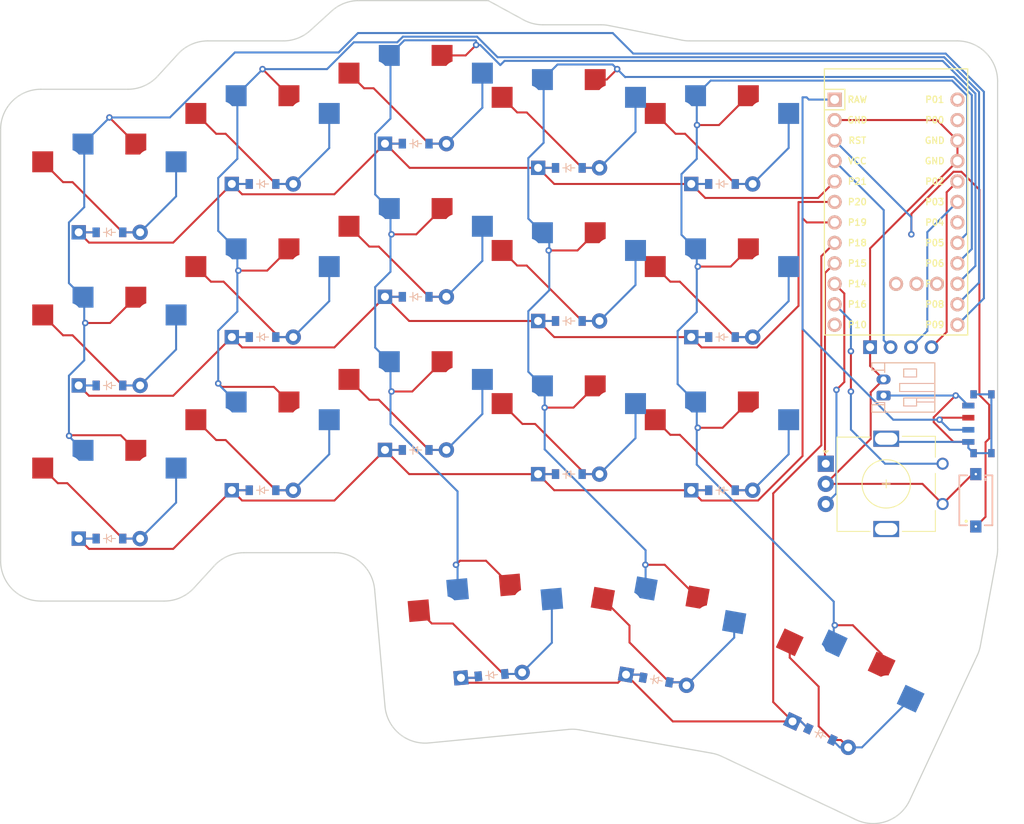
<source format=kicad_pcb>
(kicad_pcb (version 20240108) (generator "pcbnew") (generator_version "8.0")
  (title_block (title "main_pcb") (rev "v1.0.0") (company "Unknown"))
  (layers (0 "F.Cu" signal) (31 "B.Cu" signal) (34 "B.Paste" user) (35 "F.Paste" user) (36 "B.SilkS" user "B.Silkscreen") (37 "F.SilkS" user "F.Silkscreen") (38 "B.Mask" user) (39 "F.Mask" user) (44 "Edge.Cuts" user))
  (net 0 "")
  (net 1 "P14")
  (net 2 "pinky_bottom")
  (net 3 "pinky_home")
  (net 4 "pinky_top")
  (net 5 "P16")
  (net 6 "ring_bottom")
  (net 7 "ring_home")
  (net 8 "ring_top")
  (net 9 "P10")
  (net 10 "middle_bottom")
  (net 11 "middle_home")
  (net 12 "middle_top")
  (net 13 "P7")
  (net 14 "index_bottom")
  (net 15 "index_home")
  (net 16 "index_top")
  (net 17 "P9")
  (net 18 "inner_bottom")
  (net 19 "inner_home")
  (net 20 "inner_top")
  (net 21 "mod_cluster")
  (net 22 "layer_cluster")
  (net 23 "space_cluster")
  (net 24 "RAW")
  (net 25 "GND")
  (net 26 "RST")
  (net 27 "VCC")
  (net 28 "P21")
  (net 29 "P20")
  (net 30 "P19")
  (net 31 "P18")
  (net 32 "P15")
  (net 33 "P1")
  (net 34 "P0")
  (net 35 "P2")
  (net 36 "P3")
  (net 37 "P4")
  (net 38 "P5")
  (net 39 "P6")
  (net 40 "P8")
  (net 41 "NN_101")
  (net 42 "NN_102")
  (net 43 "NN_107")
  (net 44 "pos")
  (footprint "ComboDiode" (layer "F.Cu") (at 191 54.25)
    (property "Reference" "D3" (hide yes))
    (property "Value" "" (hide yes))
  )
  (footprint "rotary_encoder" (layer "F.Cu") (at 287.5 85.5)
    (property "Reference" "ROT1" (hide yes))
    (property "Value" "")
  )
  (footprint "PG1350" (layer "F.Cu") (at 191 49.25)
    (property "Reference" "S3" (hide yes))
    (property "Value" "" (hide yes))
  )
  (footprint "PG1350" (layer "F.Cu") (at 259.717806 104.867436 -10)
    (property "Reference" "S17" (hide yes))
    (property "Value" "" (hide yes))
  )
  (footprint "ComboDiode" (layer "F.Cu") (at 279.212314 116.543789 -25)
    (property "Reference" "D18" (hide yes))
    (property "Value" "" (hide yes))
  )
  (footprint "PG1350" (layer "F.Cu") (at 191 87.25)
    (property "Reference" "S1" (hide yes))
    (property "Value" "" (hide yes))
  )
  (footprint "PG1350" (layer "F.Cu") (at 237.977753 104.209704 5)
    (property "Reference" "S16" (hide yes))
    (property "Value" "" (hide yes))
  )
  (footprint "PG1350" (layer "F.Cu") (at 267 43.25)
    (property "Reference" "S15" (hide yes))
    (property "Value" "" (hide yes))
  )
  (footprint "ComboDiode" (layer "F.Cu") (at 267 48.25)
    (property "Reference" "D15" (hide yes))
    (property "Value" "" (hide yes))
  )
  (footprint "PG1350" (layer "F.Cu") (at 267 62.25)
    (property "Reference" "S14" (hide yes))
    (property "Value" "" (hide yes))
  )
  (footprint "PG1350" (layer "F.Cu") (at 229 38.25)
    (property "Reference" "S9" (hide yes))
    (property "Value" "" (hide yes))
  )
  (footprint "ComboDiode" (layer "F.Cu") (at 258.849565 109.791475 -10)
    (property "Reference" "D17" (hide yes))
    (property "Value" "" (hide yes))
  )
  (footprint "ComboDiode" (layer "F.Cu") (at 229 62.25)
    (property "Reference" "D8" (hide yes))
    (property "Value" "" (hide yes))
  )
  (footprint "PG1350" (layer "F.Cu") (at 248 79.25)
    (property "Reference" "S10" (hide yes))
    (property "Value" "" (hide yes))
  )
  (footprint "ComboDiode" (layer "F.Cu") (at 210 48.25)
    (property "Reference" "D6" (hide yes))
    (property "Value" "" (hide yes))
  )
  (footprint "ComboDiode" (layer "F.Cu") (at 210 86.25)
    (property "Reference" "D4" (hide yes))
    (property "Value" "" (hide yes))
  )
  (footprint "PG1350" (layer "F.Cu") (at 210 81.25)
    (property "Reference" "S4" (hide yes))
    (property "Value" "" (hide yes))
  )
  (footprint "PG1350" (layer "F.Cu") (at 210 43.25)
    (property "Reference" "S6" (hide yes))
    (property "Value" "" (hide yes))
  )
  (footprint "ComboDiode" (layer "F.Cu") (at 210 67.25)
    (property "Reference" "D5" (hide yes))
    (property "Value" "" (hide yes))
  )
  (footprint "ComboDiode" (layer "F.Cu") (at 248 46.25)
    (property "Reference" "D12" (hide yes))
    (property "Value" "" (hide yes))
  )
  (footprint "434121025816" (layer "F.Cu") (at 298.5 87.5 90)
    (property "Reference" "S19" (hide yes))
    (property "Value" "" (hide yes))
  )
  (footprint "PG1350" (layer "F.Cu") (at 248 60.25)
    (property "Reference" "S11" (hide yes))
    (property "Value" "" (hide yes))
  )
  (footprint "ComboDiode" (layer "F.Cu") (at 191 92.25)
    (property "Reference" "D1" (hide yes))
    (property "Value" "" (hide yes))
  )
  (footprint "ComboDiode" (layer "F.Cu") (at 229 43.25)
    (property "Reference" "D9" (hide yes))
    (property "Value" "" (hide yes))
  )
  (footprint "PG1350" (layer "F.Cu") (at 229 57.25)
    (property "Reference" "S8" (hide yes))
    (property "Value" "" (hide yes))
  )
  (footprint "ComboDiode" (layer "F.Cu") (at 248 84.25)
    (property "Reference" "D10" (hide yes))
    (property "Value" "" (hide yes))
  )
  (footprint "ProMicro" (layer "F.Cu") (at 288.6 51.75 -90)
    (property "Reference" "MCU1" (hide yes))
    (property "Value" "" (hide yes))
  )
  (footprint "PG1350" (layer "F.Cu") (at 229 76.25)
    (property "Reference" "S7" (hide yes))
    (property "Value" "" (hide yes))
  )
  (footprint "lib:OLED_headers" (layer "F.Cu") (at 295.18 66.9 -90)
    (property "Reference" "OLED1" (hide yes))
    (property "Value" "OLED")
  )
  (footprint "PG1350" (layer "F.Cu") (at 281.325405 112.01225 -25)
    (property "Reference" "S18" (hide yes))
    (property "Value" "" (hide yes))
  )
  (footprint "Connector_JST:JST_PH_S2B-PH-K_1x02_P2.00mm_Horizontal" (layer "F.Cu") (at 287.05 74.5 90)
    (property "Reference" "_1" (hide yes))
    (property "Value" "" (hide yes))
  )
  (footprint "ComboDiode" (layer "F.Cu") (at 267 67.25)
    (property "Reference" "D14" (hide yes))
    (property "Value" "" (hide yes))
  )
  (footprint "ComboDiode" (layer "F.Cu") (at 267 86.25)
    (property "Reference" "D13" (hide yes))
    (property "Value" "" (hide yes))
  )
  (footprint "PG1350" (layer "F.Cu") (at 267 81.25)
    (property "Reference" "S13" (hide yes))
    (property "Value" "" (hide yes))
  )
  (footprint "ComboDiode" (layer "F.Cu") (at 229 81.25)
    (property "Reference" "D7" (hide yes))
    (property "Value" "" (hide yes))
  )
  (footprint "PG1350" (layer "F.Cu") (at 191 68.25)
    (property "Reference" "S2" (hide yes))
    (property "Value" "" (hide yes))
  )
  (footprint "Button_Switch_SMD:SW_SPDT_PCM12" (layer "F.Cu") (at 299 78 90)
    (property "Reference" "T1" (hide yes))
    (property "Value" "" (hide yes))
  )
  (footprint "ComboDiode" (layer "F.Cu") (at 191 73.25)
    (property "Reference" "D2" (hide yes))
    (property "Value" "" (hide yes))
  )
  (footprint "PG1350" (layer "F.Cu") (at 248 41.25)
    (property "Reference" "S12" (hide yes))
    (property "Value" "" (hide yes))
  )
  (footprint "PG1350" (layer "F.Cu") (at 210 62.25)
    (property "Reference" "S5" (hide yes))
    (property "Value" "" (hide yes))
  )
  (footprint "ComboDiode" (layer "F.Cu") (at 248 65.25)
    (property "Reference" "D11" (hide yes))
    (property "Value" "" (hide yes))
  )
  (footprint "ComboDiode" (layer "F.Cu") (at 238.413532 109.190677 5)
    (property "Reference" "D16" (hide yes))
    (property "Value" "" (hide yes))
  )
  (gr_arc (start 290.294707 124.72124) (mid 287.462795 127.310411) (end 283.629902 127.130225) (stroke (width 0.15)) (layer "Edge.Cuts"))
  (gr_line (start 223.904961 98.557461) (end 225.194312 113.067931) (stroke (width 0.15)) (layer "Edge.Cuts"))
  (gr_line (start 177.5 41.5) (end 177.5 95) (stroke (width 0.15)) (layer "Edge.Cuts"))
  (gr_line (start 252.004902 28.5) (end 244.77497 28.5) (stroke (width 0.15)) (layer "Edge.Cuts"))
  (gr_arc (start 262.995097 30.5) (mid 262.502409 30.475667) (end 262.014517 30.402903) (stroke (width 0.15)) (layer "Edge.Cuts"))
  (gr_arc (start 215.93033 29.1997) (mid 214.369949 30.163609) (end 212.566966 30.5) (stroke (width 0.15)) (layer "Edge.Cuts"))
  (gr_arc (start 218.56967 26.8003) (mid 220.130051 25.836391) (end 221.933034 25.5) (stroke (width 0.15)) (layer "Edge.Cuts"))
  (gr_line (start 207.699509 94) (end 218.924583 94) (stroke (width 0.15)) (layer "Edge.Cuts"))
  (gr_arc (start 199.513738 32.121377) (mid 201.186193 30.923259) (end 203.199509 30.5) (stroke (width 0.15)) (layer "Edge.Cuts"))
  (gr_arc (start 244.77497 28.5) (mid 243.539533 28.344966) (end 242.38071 27.889478) (stroke (width 0.15)) (layer "Edge.Cuts"))
  (gr_line (start 262.014517 30.402903) (end 252.985483 28.597097) (stroke (width 0.15)) (layer "Edge.Cuts"))
  (gr_arc (start 230.65654 117.60212) (mid 226.981117 116.472611) (end 225.194312 113.067931) (stroke (width 0.15)) (layer "Edge.Cuts"))
  (gr_line (start 266.972659 119.272256) (end 283.629902 127.130225) (stroke (width 0.15)) (layer "Edge.Cuts"))
  (gr_line (start 218.56967 26.8003) (end 215.93033 29.1997) (stroke (width 0.15)) (layer "Edge.Cuts"))
  (gr_arc (start 196.986262 34.878623) (mid 195.313807 36.076741) (end 193.300491 36.5) (stroke (width 0.15)) (layer "Edge.Cuts"))
  (gr_line (start 296.2 30.5) (end 262.995098 30.5) (stroke (width 0.15)) (layer "Edge.Cuts"))
  (gr_line (start 290.294707 124.721241) (end 298.679862 106.739218) (stroke (width 0.15)) (layer "Edge.Cuts"))
  (gr_arc (start 247.961883 115.926607) (mid 248.638716 115.907138) (end 249.311974 115.979296) (stroke (width 0.15)) (layer "Edge.Cuts"))
  (gr_line (start 242.38071 27.889478) (end 238 25.5) (stroke (width 0.15)) (layer "Edge.Cuts"))
  (gr_line (start 301.2 93.54118) (end 301.2 35.5) (stroke (width 0.15)) (layer "Edge.Cuts"))
  (gr_line (start 212.566966 30.5) (end 203.199509 30.5) (stroke (width 0.15)) (layer "Edge.Cuts"))
  (gr_arc (start 204.013738 95.621377) (mid 205.686193 94.423259) (end 207.699509 94) (stroke (width 0.15)) (layer "Edge.Cuts"))
  (gr_line (start 249.311974 115.979296) (end 265.707633 118.870293) (stroke (width 0.15)) (layer "Edge.Cuts"))
  (gr_line (start 182.5 100) (end 197.800491 100) (stroke (width 0.15)) (layer "Edge.Cuts"))
  (gr_arc (start 265.707634 118.870293) (mid 266.353545 119.029109) (end 266.972659 119.272256) (stroke (width 0.15)) (layer "Edge.Cuts"))
  (gr_arc (start 301.2 93.541179) (mid 301.17908 93.99808) (end 301.116497 94.451158) (stroke (width 0.15)) (layer "Edge.Cuts"))
  (gr_arc (start 299.06482 105.536105) (mid 298.910488 106.149867) (end 298.679862 106.739218) (stroke (width 0.15)) (layer "Edge.Cuts"))
  (gr_line (start 230.656539 117.602119) (end 247.961884 115.926607) (stroke (width 0.15)) (layer "Edge.Cuts"))
  (gr_arc (start 296.2 30.5) (mid 299.735534 31.964466) (end 301.2 35.5) (stroke (width 0.15)) (layer "Edge.Cuts"))
  (gr_line (start 193.300491 36.5) (end 182.5 36.5) (stroke (width 0.15)) (layer "Edge.Cuts"))
  (gr_arc (start 201.486262 98.378623) (mid 199.813807 99.576741) (end 197.800491 100) (stroke (width 0.15)) (layer "Edge.Cuts"))
  (gr_arc (start 177.5 41.5) (mid 178.964466 37.964466) (end 182.5 36.5) (stroke (width 0.15)) (layer "Edge.Cuts"))
  (gr_line (start 238 25.5) (end 221.933034 25.5) (stroke (width 0.15)) (layer "Edge.Cuts"))
  (gr_arc (start 218.924584 93.999999) (mid 222.300033 95.311321) (end 223.904961 98.557461) (stroke (width 0.15)) (layer "Edge.Cuts"))
  (gr_line (start 201.486262 98.378623) (end 204.013738 95.621377) (stroke (width 0.15)) (layer "Edge.Cuts"))
  (gr_line (start 199.513738 32.121377) (end 196.986262 34.878623) (stroke (width 0.15)) (layer "Edge.Cuts"))
  (gr_arc (start 182.5 100) (mid 178.964466 98.535534) (end 177.5 95) (stroke (width 0.15)) (layer "Edge.Cuts"))
  (gr_line (start 299.064819 105.536105) (end 301.116497 94.451158) (stroke (width 0.15)) (layer "Edge.Cuts"))
  (gr_arc (start 252.004903 28.5) (mid 252.497591 28.524333) (end 252.985483 28.597097) (stroke (width 0.15)) (layer "Edge.Cuts"))
  (segment (start 297.57 80.25) (end 287.77 80.25) (width 0.25) (layer "B.Cu") (net 0))
  (segment (start 287.77 80.25) (end 287.38 79.86) (width 0.25) (layer "B.Cu") (net 0))
  (segment (start 298.22 74.35) (end 300.43 74.35) (width 0.25) (layer "B.Cu") (net 0))
  (segment (start 298.22 81.65) (end 300.43 81.65) (width 0.25) (layer "B.Cu") (net 0))
  (segment (start 297.57 81) (end 298.22 81.65) (width 0.25) (layer "B.Cu") (net 0))
  (segment (start 297.57 80.25) (end 297.57 81) (width 0.25) (layer "B.Cu") (net 0))
  (segment (start 300.43 74.35) (end 300.43 81.65) (width 0.25) (layer "B.Cu") (net 0))
  (segment (start 282.1813 61.8413) (end 280.98 60.64) (width 0.25) (layer "F.Cu") (net 1))
  (segment (start 282.1813 72.8187) (end 282.1813 61.8413) (width 0.25) (layer "F.Cu") (net 1))
  (segment (start 281.205 73.795) (end 282.1813 72.8187) (width 0.25) (layer "F.Cu") (net 1))
  (via (at 281.205 73.795) (size 0.8) (drill 0.4) (layers "F.Cu" "B.Cu") (net 1))
  (segment (start 281.205 73.795) (end 281.205 86.635) (width 0.25) (layer "B.Cu") (net 1))
  (segment (start 281.205 86.635) (end 279.88 87.96) (width 0.25) (layer "B.Cu") (net 1))
  (segment (start 182.725 83.5) (end 184.6 85.375) (width 0.25) (layer "F.Cu") (net 2))
  (segment (start 192.65 92.25) (end 194.81 92.25) (width 0.25) (layer "F.Cu") (net 2))
  (segment (start 185.775 85.375) (end 192.65 92.25) (width 0.25) (layer "F.Cu") (net 2))
  (segment (start 184.6 85.375) (end 185.775 85.375) (width 0.25) (layer "F.Cu") (net 2))
  (segment (start 192.65 92.25) (end 194.81 92.25) (width 0.25) (layer "B.Cu") (net 2))
  (segment (start 199.275 87.785) (end 194.81 92.25) (width 0.25) (layer "B.Cu") (net 2))
  (segment (start 199.275 83.5) (end 199.275 87.785) (width 0.25) (layer "B.Cu") (net 2))
  (segment (start 185.2491 67.0241) (end 186.4241 67.0241) (width 0.25) (layer "F.Cu") (net 3))
  (segment (start 182.725 64.5) (end 185.2491 67.0241) (width 0.25) (layer "F.Cu") (net 3))
  (segment (start 194.81 73.25) (end 192.65 73.25) (width 0.25) (layer "F.Cu") (net 3))
  (segment (start 186.4241 67.0241) (end 192.65 73.25) (width 0.25) (layer "F.Cu") (net 3))
  (segment (start 199.275 64.5) (end 199.275 68.785) (width 0.25) (layer "B.Cu") (net 3))
  (segment (start 192.65 73.25) (end 194.81 73.25) (width 0.25) (layer "B.Cu") (net 3))
  (segment (start 199.275 68.785) (end 194.81 73.25) (width 0.25) (layer "B.Cu") (net 3))
  (segment (start 185.2491 48.0241) (end 186.4241 48.0241) (width 0.25) (layer "F.Cu") (net 4))
  (segment (start 186.4241 48.0241) (end 192.65 54.25) (width 0.25) (layer "F.Cu") (net 4))
  (segment (start 182.725 45.5) (end 185.2491 48.0241) (width 0.25) (layer "F.Cu") (net 4))
  (segment (start 192.65 54.25) (end 194.81 54.25) (width 0.25) (layer "F.Cu") (net 4))
  (segment (start 199.275 49.785) (end 194.81 54.25) (width 0.25) (layer "B.Cu") (net 4))
  (segment (start 192.65 54.25) (end 194.81 54.25) (width 0.25) (layer "B.Cu") (net 4))
  (segment (start 199.275 45.5) (end 199.275 49.785) (width 0.25) (layer "B.Cu") (net 4))
  (segment (start 283 74) (end 283 73.5) (width 0.25) (layer "F.Cu") (net 5))
  (segment (start 283 73.5) (end 283 69) (width 0.25) (layer "F.Cu") (net 5))
  (via (at 283 74) (size 0.8) (drill 0.4) (layers "F.Cu" "B.Cu") (net 5))
  (via (at 283 69) (size 0.8) (drill 0.4) (layers "F.Cu" "B.Cu") (net 5))
  (segment (start 287.23 82.96) (end 283 78.73) (width 0.25) (layer "B.Cu") (net 5))
  (segment (start 283 78.73) (end 283 74) (width 0.25) (layer "B.Cu") (net 5))
  (segment (start 294.38 82.96) (end 287.23 82.96) (width 0.25) (layer "B.Cu") (net 5))
  (segment (start 280.98 63.18) (end 283 65.2) (width 0.25) (layer "B.Cu") (net 5))
  (segment (start 283 65.2) (end 283 69) (width 0.25) (layer "B.Cu") (net 5))
  (segment (start 205.4241 80.0241) (end 211.65 86.25) (width 0.25) (layer "F.Cu") (net 6))
  (segment (start 201.725 77.5) (end 204.2491 80.0241) (width 0.25) (layer "F.Cu") (net 6))
  (segment (start 211.65 86.25) (end 213.81 86.25) (width 0.25) (layer "F.Cu") (net 6))
  (segment (start 204.2491 80.0241) (end 205.4241 80.0241) (width 0.25) (layer "F.Cu") (net 6))
  (segment (start 218.275 81.785) (end 213.81 86.25) (width 0.25) (layer "B.Cu") (net 6))
  (segment (start 213.81 86.25) (end 211.65 86.25) (width 0.25) (layer "B.Cu") (net 6))
  (segment (start 218.275 77.5) (end 218.275 81.785) (width 0.25) (layer "B.Cu") (net 6))
  (segment (start 203.6 60.375) (end 205.170001 60.375) (width 0.25) (layer "F.Cu") (net 7))
  (segment (start 212.045001 67.25) (end 211.65 67.25) (width 0.25) (layer "F.Cu") (net 7))
  (segment (start 211.65 67.25) (end 213.81 67.25) (width 0.25) (layer "F.Cu") (net 7))
  (segment (start 201.725 58.5) (end 203.6 60.375) (width 0.25) (layer "F.Cu") (net 7))
  (segment (start 205.170001 60.375) (end 212.045001 67.25) (width 0.25) (layer "F.Cu") (net 7))
  (segment (start 211.65 67.25) (end 213.81 67.25) (width 0.25) (layer "B.Cu") (net 7))
  (segment (start 218.275 62.785) (end 213.81 67.25) (width 0.25) (layer "B.Cu") (net 7))
  (segment (start 218.275 58.5) (end 218.275 62.785) (width 0.25) (layer "B.Cu") (net 7))
  (segment (start 204.2491 42.0241) (end 205.4241 42.0241) (width 0.25) (layer "F.Cu") (net 8))
  (segment (start 211.65 48.25) (end 213.81 48.25) (width 0.25) (layer "F.Cu") (net 8))
  (segment (start 201.725 39.5) (end 204.2491 42.0241) (width 0.25) (layer "F.Cu") (net 8))
  (segment (start 205.4241 42.0241) (end 211.65 48.25) (width 0.25) (layer "F.Cu") (net 8))
  (segment (start 218.275 43.785) (end 213.81 48.25) (width 0.25) (layer "B.Cu") (net 8))
  (segment (start 218.275 39.5) (end 218.275 43.785) (width 0.25) (layer "B.Cu") (net 8))
  (segment (start 211.65 48.25) (end 213.81 48.25) (width 0.25) (layer "B.Cu") (net 8))
  (segment (start 224.4241 75.0241) (end 230.65 81.25) (width 0.25) (layer "F.Cu") (net 10))
  (segment (start 223.2491 75.0241) (end 224.4241 75.0241) (width 0.25) (layer "F.Cu") (net 10))
  (segment (start 230.65 81.25) (end 232.81 81.25) (width 0.25) (layer "F.Cu") (net 10))
  (segment (start 220.725 72.5) (end 223.2491 75.0241) (width 0.25) (layer "F.Cu") (net 10))
  (segment (start 230.65 81.25) (end 232.81 81.25) (width 0.25) (layer "B.Cu") (net 10))
  (segment (start 237.275 72.5) (end 237.275 76.785) (width 0.25) (layer "B.Cu") (net 10))
  (segment (start 237.275 76.785) (end 232.81 81.25) (width 0.25) (layer "B.Cu") (net 10))
  (segment (start 230.65 62.25) (end 232.81 62.25) (width 0.25) (layer "F.Cu") (net 11))
  (segment (start 220.725 53.5) (end 223.2491 56.0241) (width 0.25) (layer "F.Cu") (net 11))
  (segment (start 223.2491 56.0241) (end 224.4241 56.0241) (width 0.25) (layer "F.Cu") (net 11))
  (segment (start 224.4241 56.0241) (end 230.65 62.25) (width 0.25) (layer "F.Cu") (net 11))
  (segment (start 237.275 53.5) (end 237.275 57.785) (width 0.25) (layer "B.Cu") (net 11))
  (segment (start 232.81 62.25) (end 230.65 62.25) (width 0.25) (layer "B.Cu") (net 11))
  (segment (start 237.275 57.785) (end 232.81 62.25) (width 0.25) (layer "B.Cu") (net 11))
  (segment (start 222.6 36.375) (end 223.775 36.375) (width 0.25) (layer "F.Cu") (net 12))
  (segment (start 230.65 43.25) (end 232.81 43.25) (width 0.25) (layer "F.Cu") (net 12))
  (segment (start 223.775 36.375) (end 230.65 43.25) (width 0.25) (layer "F.Cu") (net 12))
  (segment (start 220.725 34.5) (end 222.6 36.375) (width 0.25) (layer "F.Cu") (net 12))
  (segment (start 237.275 38.785) (end 232.81 43.25) (width 0.25) (layer "B.Cu") (net 12))
  (segment (start 230.65 43.25) (end 232.81 43.25) (width 0.25) (layer "B.Cu") (net 12))
  (segment (start 237.275 34.5) (end 237.275 38.785) (width 0.25) (layer "B.Cu") (net 12))
  (segment (start 237.724804 95) (end 240.721714 97.99691) (width 0.25) (layer "F.Cu") (net 13))
  (segment (start 234 95.5) (end 234.5 95) (width 0.25) (layer "F.Cu") (net 13))
  (segment (start 235.2 32.3) (end 232.275 32.3) (width 0.25) (layer "F.Cu") (net 13))
  (segment (start 229.075 54.5) (end 232.275 51.3) (width 0.25) (layer "F.Cu") (net 13))
  (segment (start 236.5 31) (end 235.2 32.3) (width 0.25) (layer "F.Cu") (net 13))
  (segment (start 226 54.5) (end 229.075 54.5) (width 0.25) (layer "F.Cu") (net 13))
  (segment (start 234.5 95) (end 237.724804 95) (width 0.25) (layer "F.Cu") (net 13))
  (segment (start 232.275 70.3) (end 228.575 74) (width 0.25) (layer "F.Cu") (net 13))
  (segment (start 228.575 74) (end 226 74) (width 0.25) (layer "F.Cu") (net 13))
  (via (at 236.5 31) (size 0.8) (drill 0.4) (layers "F.Cu" "B.Cu") (net 13))
  (via (at 226 74) (size 0.8) (drill 0.4) (layers "F.Cu" "B.Cu") (net 13))
  (via (at 234 95.5) (size 0.8) (drill 0.4) (layers "F.Cu" "B.Cu") (net 13))
  (via (at 226 54.5) (size 0.8) (drill 0.4) (layers "F.Cu" "B.Cu") (net 13))
  (segment (start 234.196639 95.303361) (end 234 95.5) (width 0.25) (layer "B.Cu") (net 13))
  (segment (start 225.875 54.625) (end 225.875 59.137) (width 0.25) (layer "B.Cu") (net 13))
  (segment (start 223.976 42.036) (end 223.976 49.551) (width 0.25) (layer "B.Cu") (net 13))
  (segment (start 225.725 32.3) (end 225.875 32.45) (width 0.25) (layer "B.Cu") (net 13))
  (segment (start 227.6 30.425) (end 236.425 30.425) (width 0.25) (layer "B.Cu") (net 13))
  (segment (start 226 54.5) (end 225.875 54.625) (width 0.25) (layer "B.Cu") (net 13))
  (segment (start 236.425 30.425) (end 236.5 30.5) (width 0.25) (layer "B.Cu") (net 13))
  (segment (start 225.875 54.375) (end 226 54.5) (width 0.25) (layer "B.Cu") (net 13))
  (segment (start 294.386687 32.975) (end 298.45 37.038313) (width 0.25) (layer "B.Cu") (net 13))
  (segment (start 225.875 74.125) (end 225.875 78.075) (width 0.25) (layer "B.Cu") (net 13))
  (segment (start 225.875 51.45) (end 225.875 54.375) (width 0.25) (layer "B.Cu") (net 13))
  (segment (start 236.5 30.5) (end 236.5 31) (width 0.25) (layer "B.Cu") (net 13))
  (segment (start 234 95.5) (end 234.196639 95.696639) (width 0.25) (layer "B.Cu") (net 13))
  (segment (start 225.875 73.875) (end 226 74) (width 0.25) (layer "B.Cu") (net 13))
  (segment (start 237 31) (end 239.5 33.5) (width 0.25) (layer "B.Cu") (net 13))
  (segment (start 225.875 70.45) (end 225.875 73.875) (width 0.25) (layer "B.Cu") (net 13))
  (segment (start 298.45 37.038313) (end 298.45 58.41) (width 0.25) (layer "B.Cu") (net 13))
  (segment (start 225.725 51.3) (end 225.875 51.45) (width 0.25) (layer "B.Cu") (net 13))
  (segment (start 234.196639 95.696639) (end 234.196639 98.567781) (width 0.25) (layer "B.Cu") (net 13))
  (segment (start 225.725 70.3) (end 225.875 70.45) (width 0.25) (layer "B.Cu") (net 13))
  (segment (start 223.976 68.551) (end 225.725 70.3) (width 0.25) (layer "B.Cu") (net 13))
  (segment (start 225.875 59.137) (end 223.976 61.036) (width 0.25) (layer "B.Cu") (net 13))
  (segment (start 234.196639 86.396639) (end 234.196639 95.303361) (width 0.25) (layer "B.Cu") (net 13))
  (segment (start 223.976 61.036) (end 223.976 68.551) (width 0.25) (layer "B.Cu") (net 13))
  (segment (start 226 74) (end 225.875 74.125) (width 0.25) (layer "B.Cu") (net 13))
  (segment (start 236.5 31) (end 237 31) (width 0.25) (layer "B.Cu") (net 13))
  (segment (start 239.5 33.5) (end 240.025 32.975) (width 0.25) (layer "B.Cu") (net 13))
  (segment (start 298.45 58.41) (end 296.22 60.64) (width 0.25) (layer "B.Cu") (net 13))
  (segment (start 225.875 40.137) (end 223.976 42.036) (width 0.25) (layer "B.Cu") (net 13))
  (segment (start 223.976 49.551) (end 225.725 51.3) (width 0.25) (layer "B.Cu") (net 13))
  (segment (start 240.025 32.975) (end 294.386687 32.975) (width 0.25) (layer "B.Cu") (net 13))
  (segment (start 225.875 78.075) (end 234.196639 86.396639) (width 0.25) (layer "B.Cu") (net 13))
  (segment (start 225.725 32.3) (end 227.6 30.425) (width 0.25) (layer "B.Cu") (net 13))
  (segment (start 225.875 32.45) (end 225.875 40.137) (width 0.25) (layer "B.Cu") (net 13))
  (segment (start 242.2491 78.0241) (end 243.819101 78.0241) (width 0.25) (layer "F.Cu") (net 14))
  (segment (start 250.045001 84.25) (end 249.65 84.25) (width 0.25) (layer "F.Cu") (net 14))
  (segment (start 243.819101 78.0241) (end 250.045001 84.25) (width 0.25) (layer "F.Cu") (net 14))
  (segment (start 249.65 84.25) (end 251.81 84.25) (width 0.25) (layer "F.Cu") (net 14))
  (segment (start 239.725 75.5) (end 242.2491 78.0241) (width 0.25) (layer "F.Cu") (net 14))
  (segment (start 256.275 79.785) (end 251.81 84.25) (width 0.25) (layer "B.Cu") (net 14))
  (segment (start 249.65 84.25) (end 251.81 84.25) (width 0.25) (layer "B.Cu") (net 14))
  (segment (start 256.275 75.5) (end 256.275 79.785) (width 0.25) (layer "B.Cu") (net 14))
  (segment (start 241.6 58.375) (end 242.775 58.375) (width 0.25) (layer "F.Cu") (net 15))
  (segment (start 239.725 56.5) (end 241.6 58.375) (width 0.25) (layer "F.Cu") (net 15))
  (segment (start 249.65 65.25) (end 251.81 65.25) (width 0.25) (layer "F.Cu") (net 15))
  (segment (start 242.775 58.375) (end 249.65 65.25) (width 0.25) (layer "F.Cu") (net 15))
  (segment (start 256.275 56.5) (end 256.275 60.785) (width 0.25) (layer "B.Cu") (net 15))
  (segment (start 251.81 65.25) (end 249.65 65.25) (width 0.25) (layer "B.Cu") (net 15))
  (segment (start 256.275 60.785) (end 251.81 65.25) (width 0.25) (layer "B.Cu") (net 15))
  (segment (start 239.725 37.5) (end 241.6 39.375) (width 0.25) (layer "F.Cu") (net 16))
  (segment (start 249.65 46.25) (end 251.81 46.25) (width 0.25) (layer "F.Cu") (net 16))
  (segment (start 242.775 39.375) (end 249.65 46.25) (width 0.25) (layer "F.Cu") (net 16))
  (segment (start 241.6 39.375) (end 242.775 39.375) (width 0.25) (layer "F.Cu") (net 16))
  (segment (start 256.275 41.785) (end 251.81 46.25) (width 0.25) (layer "B.Cu") (net 16))
  (segment (start 249.65 46.25) (end 251.81 46.25) (width 0.25) (layer "B.Cu") (net 16))
  (segment (start 256.275 37.5) (end 256.275 41.785) (width 0.25) (layer "B.Cu") (net 16))
  (segment (start 194.275 43.275) (end 194.275 43.3) (width 0.25) (layer "F.Cu") (net 17))
  (segment (start 192.4 79.425) (end 186.075 79.425) (width 0.25) (layer "F.Cu") (net 17))
  (segment (start 191.075 65.5) (end 194.275 62.3) (width 0.25) (layer "F.Cu") (net 17))
  (segment (start 191 40) (end 194.275 43.275) (width 0.25) (layer "F.Cu") (net 17))
  (segment (start 194.275 81.3) (end 192.4 79.425) (width 0.25) (layer "F.Cu") (net 17))
  (segment (start 186.075 79.425) (end 186 79.5) (width 0.25) (layer "F.Cu") (net 17))
  (segment (start 188 65.5) (end 191.075 65.5) (width 0.25) (layer "F.Cu") (net 17))
  (via (at 188 65.5) (size 0.8) (drill 0.4) (layers "F.Cu" "B.Cu") (net 17))
  (via (at 191 40) (size 0.8) (drill 0.4) (layers "F.Cu" "B.Cu") (net 17))
  (via (at 186 79.5) (size 0.8) (drill 0.4) (layers "F.Cu" "B.Cu") (net 17))
  (segment (start 299.5 36.815521) (end 299.5 62.44) (width 0.25) (layer "B.Cu") (net 17))
  (segment (start 253.45 29.525) (end 256 32.075) (width 0.25) (layer "B.Cu") (net 17))
  (segment (start 188 65.5) (end 187.875 65.625) (width 0.25) (layer "B.Cu") (net 17))
  (segment (start 187.725 43.3) (end 191 40.025) (width 0.25) (layer "B.Cu") (net 17))
  (segment (start 191 40) (end 191.025 40) (width 0.25) (layer "B.Cu") (net 17))
  (segment (start 187.875 62.875) (end 187.875 65.375) (width 0.25) (layer "B.Cu") (net 17))
  (segment (start 186 79.5) (end 185.976 79.524) (width 0.25) (layer "B.Cu") (net 17))
  (segment (start 191.025 40) (end 198.5 40) (width 0.25) (layer "B.Cu") (net 17))
  (segment (start 294.759479 32.075) (end 299.5 36.815521) (width 0.25) (layer "B.Cu") (net 17))
  (segment (start 187.725 43.3) (end 187.875 43.45) (width 0.25) (layer "B.Cu") (net 17))
  (segment (start 187.875 70.137) (end 185.976 72.036) (width 0.25) (layer "B.Cu") (net 17))
  (segment (start 256 32.075) (end 294.759479 32.075) (width 0.25) (layer "B.Cu") (net 17))
  (segment (start 185.976 60.551) (end 187.725 62.3) (width 0.25) (layer "B.Cu") (net 17))
  (segment (start 185.976 79.551) (end 187.725 81.3) (width 0.25) (layer "B.Cu") (net 17))
  (segment (start 299.5 62.44) (end 296.22 65.72) (width 0.25) (layer "B.Cu") (net 17))
  (segment (start 191 40.025) (end 191 40) (width 0.25) (layer "B.Cu") (net 17))
  (segment (start 187.875 43.45) (end 187.875 51.125) (width 0.25) (layer "B.Cu") (net 17))
  (segment (start 206.568198 31.931802) (end 219.431802 31.931802) (width 0.25) (layer "B.Cu") (net 17))
  (segment (start 187.875 65.375) (end 188 65.5) (width 0.25) (layer "B.Cu") (net 17))
  (segment (start 185.976 79.524) (end 185.976 79.551) (width 0.25) (layer "B.Cu") (net 17))
  (segment (start 198.5 40) (end 206.568198 31.931802) (width 0.25) (layer "B.Cu") (net 17))
  (segment (start 191.025 40) (end 191.025 40) (width 0.25) (layer "B.Cu") (net 17))
  (segment (start 185.976 53.024) (end 185.976 60.551) (width 0.25) (layer "B.Cu") (net 17))
  (segment (start 187.725 62.725) (end 187.875 62.875) (width 0.25) (layer "B.Cu") (net 17))
  (segment (start 221.838604 29.525) (end 253.45 29.525) (width 0.25) (layer "B.Cu") (net 17))
  (segment (start 187.875 51.125) (end 185.976 53.024) (width 0.25) (layer "B.Cu") (net 17))
  (segment (start 219.431802 31.931802) (end 221.838604 29.525) (width 0.25) (layer "B.Cu") (net 17))
  (segment (start 187.725 62.3) (end 187.725 62.725) (width 0.25) (layer "B.Cu") (net 17))
  (segment (start 187.875 65.625) (end 187.875 70.137) (width 0.25) (layer "B.Cu") (net 17))
  (segment (start 185.976 72.036) (end 185.976 79.476) (width 0.25) (layer "B.Cu") (net 17))
  (segment (start 185.976 79.476) (end 186 79.5) (width 0.25) (layer "B.Cu") (net 17))
  (segment (start 258.725 77.5) (end 260.6 79.375) (width 0.25) (layer "F.Cu") (net 18))
  (segment (start 260.6 79.375) (end 261.775 79.375) (width 0.25) (layer "F.Cu") (net 18))
  (segment (start 268.65 86.25) (end 270.81 86.25) (width 0.25) (layer "F.Cu") (net 18))
  (segment (start 261.775 79.375) (end 268.65 86.25) (width 0.25) (layer "F.Cu") (net 18))
  (segment (start 268.65 86.25) (end 270.81 86.25) (width 0.25) (layer "B.Cu") (net 18))
  (segment (start 275.275 77.5) (end 275.275 81.785) (width 0.25) (layer "B.Cu") (net 18))
  (segment (start 275.275 81.785) (end 270.81 86.25) (width 0.25) (layer "B.Cu") (net 18))
  (segment (start 261.775 60.375) (end 268.65 67.25) (width 0.25) (layer "F.Cu") (net 19))
  (segment (start 270.81 67.25) (end 268.65 67.25) (width 0.25) (layer "F.Cu") (net 19))
  (segment (start 260.6 60.375) (end 261.775 60.375) (width 0.25) (layer "F.Cu") (net 19))
  (segment (start 258.725 58.5) (end 260.6 60.375) (width 0.25) (layer "F.Cu") (net 19))
  (segment (start 275.275 62.785) (end 270.81 67.25) (width 0.25) (layer "B.Cu") (net 19))
  (segment (start 270.81 67.25) (end 268.65 67.25) (width 0.25) (layer "B.Cu") (net 19))
  (segment (start 275.275 58.5) (end 275.275 62.785) (width 0.25) (layer "B.Cu") (net 19))
  (segment (start 261.2491 42.0241) (end 262.4241 42.0241) (width 0.25) (layer "F.Cu") (net 20))
  (segment (start 268.65 48.25) (end 270.81 48.25) (width 0.25) (layer "F.Cu") (net 20))
  (segment (start 258.725 39.5) (end 261.2491 42.0241) (width 0.25) (layer "F.Cu") (net 20))
  (segment (start 262.4241 42.0241) (end 268.65 48.25) (width 0.25) (layer "F.Cu") (net 20))
  (segment (start 275.275 39.5) (end 275.275 43.785) (width 0.25) (layer "B.Cu") (net 20))
  (segment (start 275.275 43.785) (end 270.81 48.25) (width 0.25) (layer "B.Cu") (net 20))
  (segment (start 268.65 48.25) (end 270.81 48.25) (width 0.25) (layer "B.Cu") (net 20))
  (segment (start 230.996973 102.784753) (end 233.597803 102.784753) (width 0.25) (layer "F.Cu") (net 21))
  (segment (start 233.597803 102.784753) (end 239.85992 109.04687) (width 0.25) (layer "F.Cu") (net 21))
  (segment (start 242.020778 109.04687) (end 242.209034 108.858614) (width 0.25) (layer "F.Cu") (net 21))
  (segment (start 239.85992 109.04687) (end 240.057253 109.04687) (width 0.25) (layer "F.Cu") (net 21))
  (segment (start 240.057253 109.04687) (end 242.020778 109.04687) (width 0.25) (layer "F.Cu") (net 21))
  (segment (start 229.407408 101.195188) (end 230.996973 102.784753) (width 0.25) (layer "F.Cu") (net 21))
  (segment (start 245.89443 105.173218) (end 242.209034 108.858614) (width 0.25) (layer "B.Cu") (net 21))
  (segment (start 240.057253 109.04687) (end 242.020778 109.04687) (width 0.25) (layer "B.Cu") (net 21))
  (segment (start 242.020778 109.04687) (end 242.209034 108.858614) (width 0.25) (layer "B.Cu") (net 21))
  (segment (start 245.89443 99.75276) (end 245.89443 105.173218) (width 0.25) (layer "B.Cu") (net 21))
  (segment (start 255.527263 103.045028) (end 255.527263 105.130759) (width 0.25) (layer "F.Cu") (net 22))
  (segment (start 260.474498 110.077994) (end 262.226604 110.077994) (width 0.25) (layer "F.Cu") (net 22))
  (segment (start 262.226604 110.077994) (end 262.601685 110.453075) (width 0.25) (layer "F.Cu") (net 22))
  (segment (start 255.527263 105.130759) (end 260.474498 110.077994) (width 0.25) (layer "F.Cu") (net 22))
  (segment (start 252.219703 99.737468) (end 255.527263 103.045028) (width 0.25) (layer "F.Cu") (net 22))
  (segment (start 268.518271 102.611346) (end 268.518271 104.536489) (width 0.25) (layer "B.Cu") (net 22))
  (segment (start 260.474498 110.077994) (end 262.226604 110.077994) (width 0.25) (layer "B.Cu") (net 22))
  (segment (start 262.226604 110.077994) (end 262.601685 110.453075) (width 0.25) (layer "B.Cu") (net 22))
  (segment (start 268.518271 104.536489) (end 262.601685 110.453075) (width 0.25) (layer "B.Cu") (net 22))
  (segment (start 280.707722 117.241109) (end 281.752491 117.241109) (width 0.25) (layer "F.Cu") (net 23))
  (segment (start 275.410527 107.023981) (end 279 110.613454) (width 0.25) (layer "F.Cu") (net 23))
  (segment (start 279 110.613454) (end 279 115.533387) (width 0.25) (layer "F.Cu") (net 23))
  (segment (start 281.752491 117.241109) (end 282.665347 118.153965) (width 0.25) (layer "F.Cu") (net 23))
  (segment (start 279 115.533387) (end 280.707722 117.241109) (width 0.25) (layer "F.Cu") (net 23))
  (segment (start 275.410527 105.11643) (end 275.410527 107.023981) (width 0.25) (layer "F.Cu") (net 23))
  (segment (start 281.620578 118.153965) (end 280.707722 117.241109) (width 0.25) (layer "B.Cu") (net 23))
  (segment (start 290.40992 112.110762) (end 284.366717 118.153965) (width 0.25) (layer "B.Cu") (net 23))
  (segment (start 284.366717 118.153965) (end 282.665347 118.153965) (width 0.25) (layer "B.Cu") (net 23))
  (segment (start 282.665347 118.153965) (end 281.620578 118.153965) (width 0.25) (layer "B.Cu") (net 23))
  (segment (start 297.57 77.25) (end 294.25 77.25) (width 0.25) (layer "F.Cu") (net 24))
  (segment (start 294.25 77.25) (end 294 77.5) (width 0.25) (layer "F.Cu") (net 24))
  (via (at 294 77.5) (size 0.8) (drill 0.4) (layers "F.Cu" "B.Cu") (net 24))
  (segment (start 277.5 37.5) (end 277.78 37.78) (width 0.25) (layer "B.Cu") (net 24))
  (segment (start 288.2549 77.5) (end 277 66.2451) (width 0.25) (layer "B.Cu") (net 24))
  (segment (start 295.25 78.75) (end 294 77.5) (width 0.25) (layer "B.Cu") (net 24))
  (segment (start 294 77.5) (end 288.2549 77.5) (width 0.25) (layer "B.Cu") (net 24))
  (segment (start 277 66.2451) (end 277 37.5) (width 0.25) (layer "B.Cu") (net 24))
  (segment (start 297.57 78.75) (end 295.25 78.75) (width 0.25) (layer "B.Cu") (net 24))
  (segment (start 277 37.5) (end 277.5 37.5) (width 0.25) (layer "B.Cu") (net 24))
  (segment (start 277.78 37.78) (end 280.98 37.78) (width 0.25) (layer "B.Cu") (net 24))
  (segment (start 280.98 40.32) (end 293.68 40.32) (width 0.25) (layer "F.Cu") (net 25))
  (segment (start 298.09 84.25) (end 294.38 87.96) (width 0.25) (layer "F.Cu") (net 25))
  (segment (start 279.88 85.46) (end 285.455 79.885) (width 0.25) (layer "F.Cu") (net 25))
  (segment (start 296.22 45.4) (end 285.38 56.24) (width 0.25) (layer "F.Cu") (net 25))
  (segment (start 285.455 74.095) (end 287.05 72.5) (width 0.25) (layer "F.Cu") (net 25))
  (segment (start 279.88 85.46) (end 291.88 85.46) (width 0.25) (layer "F.Cu") (net 25))
  (segment (start 285.38 68.5) (end 285.38 70.83) (width 0.25) (layer "F.Cu") (net 25))
  (segment (start 285.38 56.24) (end 285.38 68.5) (width 0.25) (layer "F.Cu") (net 25))
  (segment (start 291.88 85.46) (end 294.38 87.96) (width 0.25) (layer "F.Cu") (net 25))
  (segment (start 293.68 40.32) (end 296.22 42.86) (width 0.25) (layer "F.Cu") (net 25))
  (segment (start 298.5 84.25) (end 298.09 84.25) (width 0.25) (layer "F.Cu") (net 25))
  (segment (start 285.455 79.885) (end 285.455 74.095) (width 0.25) (layer "F.Cu") (net 25))
  (segment (start 285.38 70.83) (end 287.05 72.5) (width 0.25) (layer "F.Cu") (net 25))
  (segment (start 296.22 42.86) (end 296.22 45.4) (width 0.25) (layer "F.Cu") (net 25))
  (segment (start 299.705 80.295) (end 300.155 79.845) (width 0.25) (layer "F.Cu") (net 26))
  (segment (start 299.705 89.545) (end 299.705 80.295) (width 0.25) (layer "F.Cu") (net 26))
  (segment (start 298.945 48.966105) (end 296.717595 46.7387) (width 0.25) (layer "F.Cu") (net 26))
  (segment (start 296.717595 46.7387) (end 295.722405 46.7387) (width 0.25) (layer "F.Cu") (net 26))
  (segment (start 300.155 79.845) (end 300.155 75.655) (width 0.25) (layer "F.Cu") (net 26))
  (segment (start 300.155 75.655) (end 298.945 74.445) (width 0.25) (layer "F.Cu") (net 26))
  (segment (start 298.945 74.445) (end 298.945 48.966105) (width 0.25) (layer "F.Cu") (net 26))
  (segment (start 295.722405 46.7387) (end 290.5 51.961105) (width 0.25) (layer "F.Cu") (net 26))
  (segment (start 298.5 90.75) (end 299.705 89.545) (width 0.25) (layer "F.Cu") (net 26))
  (segment (start 290.5 51.961105) (end 290.5 54.5) (width 0.25) (layer "F.Cu") (net 26))
  (via (at 290.5 54.5) (size 0.8) (drill 0.4) (layers "F.Cu" "B.Cu") (net 26))
  (segment (start 290.5 52.38) (end 280.98 42.86) (width 0.25) (layer "B.Cu") (net 26))
  (segment (start 290.5 54.5) (end 290.5 52.38) (width 0.25) (layer "B.Cu") (net 26))
  (segment (start 287.07 67.65) (end 287.07 51.49) (width 0.25) (layer "B.Cu") (net 27))
  (segment (start 287.07 51.49) (end 280.98 45.4) (width 0.25) (layer "B.Cu") (net 27))
  (segment (start 287.92 68.5) (end 287.07 67.65) (width 0.25) (layer "B.Cu") (net 27))
  (segment (start 207.4675 49.5275) (end 218.9125 49.5275) (width 0.25) (layer "F.Cu") (net 28))
  (segment (start 263.19 48.25) (end 265.35 48.25) (width 0.25) (layer "F.Cu") (net 28))
  (segment (start 225.25 43.25) (end 228.25 46.25) (width 0.25) (layer "F.Cu") (net 28))
  (segment (start 228.25 46.25) (end 244.19 46.25) (width 0.25) (layer "F.Cu") (net 28))
  (segment (start 225.19 43.25) (end 225.25 43.25) (width 0.25) (layer "F.Cu") (net 28))
  (segment (start 244.19 46.25) (end 246.19 48.25) (width 0.25) (layer "F.Cu") (net 28))
  (segment (start 187.19 54.25) (end 189.35 54.25) (width 0.25) (layer "F.Cu") (net 28))
  (segment (start 264.922405 49.982405) (end 278.937595 49.982405) (width 0.25) (layer "F.Cu") (net 28))
  (segment (start 263.19 48.25) (end 264.922405 49.982405) (width 0.25) (layer "F.Cu") (net 28))
  (segment (start 188.4675 55.5275) (end 198.9125 55.5275) (width 0.25) (layer "F.Cu") (net 28))
  (segment (start 278.937595 49.982405) (end 280.98 47.94) (width 0.25) (layer "F.Cu") (net 28))
  (segment (start 244.19 46.25) (end 246.35 46.25) (width 0.25) (layer "F.Cu") (net 28))
  (segment (start 206.19 48.25) (end 207.4675 49.5275) (width 0.25) (layer "F.Cu") (net 28))
  (segment (start 218.9125 49.5275) (end 225.19 43.25) (width 0.25) (layer "F.Cu") (net 28))
  (segment (start 198.9125 55.5275) (end 206.19 48.25) (width 0.25) (layer "F.Cu") (net 28))
  (segment (start 206.19 48.25) (end 208.35 48.25) (width 0.25) (layer "F.Cu") (net 28))
  (segment (start 225.19 43.25) (end 227.35 43.25) (width 0.25) (layer "F.Cu") (net 28))
  (segment (start 187.19 54.25) (end 188.4675 55.5275) (width 0.25) (layer "F.Cu") (net 28))
  (segment (start 246.19 48.25) (end 263.19 48.25) (width 0.25) (layer "F.Cu") (net 28))
  (segment (start 206.19 48.25) (end 208.35 48.25) (width 0.25) (layer "B.Cu") (net 28))
  (segment (start 263.19 48.25) (end 265.35 48.25) (width 0.25) (layer "B.Cu") (net 28))
  (segment (start 187.19 54.25) (end 189.35 54.25) (width 0.25) (layer "B.Cu") (net 28))
  (segment (start 244.19 46.25) (end 246.35 46.25) (width 0.25) (layer "B.Cu") (net 28))
  (segment (start 225.19 43.25) (end 227.35 43.25) (width 0.25) (layer "B.Cu") (net 28))
  (segment (start 246.19 67.25) (end 263.19 67.25) (width 0.25) (layer "F.Cu") (net 29))
  (segment (start 276.5 50.5) (end 277 50.5) (width 0.25) (layer "F.Cu") (net 29))
  (segment (start 244.19 65.25) (end 246.19 67.25) (width 0.25) (layer "F.Cu") (net 29))
  (segment (start 206.19 67.25) (end 207.4675 68.5275) (width 0.25) (layer "F.Cu") (net 29))
  (segment (start 187.19 73.25) (end 189.35 73.25) (width 0.25) (layer "F.Cu") (net 29))
  (segment (start 244.19 65.25) (end 246.35 65.25) (width 0.25) (layer "F.Cu") (net 29))
  (segment (start 263.19 67.25) (end 265.35 67.25) (width 0.25) (layer "F.Cu") (net 29))
  (segment (start 218.9125 68.5275) (end 225.19 62.25) (width 0.25) (layer "F.Cu") (net 29))
  (segment (start 225.19 62.25) (end 227.35 62.25) (width 0.25) (layer "F.Cu") (net 29))
  (segment (start 276.5 63.366658) (end 276.5 50.5) (width 0.25) (layer "F.Cu") (net 29))
  (segment (start 225.19 62.25) (end 228.19 65.25) (width 0.25) (layer "F.Cu") (net 29))
  (segment (start 277.02 50.48) (end 280.98 50.48) (width 0.25) (layer "F.Cu") (net 29))
  (segment (start 263.19 67.25) (end 264.4675 68.5275) (width 0.25) (layer "F.Cu") (net 29))
  (segment (start 206.19 67.25) (end 208.35 67.25) (width 0.25) (layer "F.Cu") (net 29))
  (segment (start 187.19 73.25) (end 188.4675 74.5275) (width 0.25) (layer "F.Cu") (net 29))
  (segment (start 228.19 65.25) (end 244.19 65.25) (width 0.25) (layer "F.Cu") (net 29))
  (segment (start 271.339158 68.5275) (end 276.5 63.366658) (width 0.25) (layer "F.Cu") (net 29))
  (segment (start 188.4675 74.5275) (end 198.9125 74.5275) (width 0.25) (layer "F.Cu") (net 29))
  (segment (start 207.4675 68.5275) (end 218.9125 68.5275) (width 0.25) (layer "F.Cu") (net 29))
  (segment (start 264.4675 68.5275) (end 271.339158 68.5275) (width 0.25) (layer "F.Cu") (net 29))
  (segment (start 198.9125 74.5275) (end 206.19 67.25) (width 0.25) (layer "F.Cu") (net 29))
  (segment (start 277 50.5) (end 277.02 50.48) (width 0.25) (layer "F.Cu") (net 29))
  (segment (start 187.19 73.25) (end 189.35 73.25) (width 0.25) (layer "B.Cu") (net 29))
  (segment (start 263.19 67.25) (end 265.35 67.25) (width 0.25) (layer "B.Cu") (net 29))
  (segment (start 225.19 62.25) (end 227.35 62.25) (width 0.25) (layer "B.Cu") (net 29))
  (segment (start 244.19 65.25) (end 246.35 65.25) (width 0.25) (layer "B.Cu") (net 29))
  (segment (start 206.19 67.25) (end 208.35 67.25) (width 0.25) (layer "B.Cu") (net 29))
  (segment (start 246.19 86.25) (end 263.19 86.25) (width 0.25) (layer "F.Cu") (net 30))
  (segment (start 264.4675 87.5275) (end 271.4725 87.5275) (width 0.25) (layer "F.Cu") (net 30))
  (segment (start 263.19 86.25) (end 265.35 86.25) (width 0.25) (layer "F.Cu") (net 30))
  (segment (start 277.52 53.02) (end 280.98 53.02) (width 0.25) (layer "F.Cu") (net 30))
  (segment (start 206.19 86.25) (end 208.35 86.25) (width 0.25) (layer "F.Cu") (net 30))
  (segment (start 207.4675 87.5275) (end 218.9125 87.5275) (width 0.25) (layer "F.Cu") (net 30))
  (segment (start 187.19 92.25) (end 189.35 92.25) (width 0.25) (layer "F.Cu") (net 30))
  (segment (start 187.19 92.25) (end 188.4675 93.5275) (width 0.25) (layer "F.Cu") (net 30))
  (segment (start 206.19 86.25) (end 207.4675 87.5275) (width 0.25) (layer "F.Cu") (net 30))
  (segment (start 271.4725 87.5275) (end 277 82) (width 0.25) (layer "F.Cu") (net 30))
  (segment (start 244.19 84.25) (end 246.35 84.25) (width 0.25) (layer "F.Cu") (net 30))
  (segment (start 277 52.5) (end 277.52 53.02) (width 0.25) (layer "F.Cu") (net 30))
  (segment (start 188.4675 93.5275) (end 198.9125 93.5275) (width 0.25) (layer "F.Cu") (net 30))
  (segment (start 277 82) (end 277 52.5) (width 0.25) (layer "F.Cu") (net 30))
  (segment (start 225.19 81.25) (end 228.19 84.25) (width 0.25) (layer "F.Cu") (net 30))
  (segment (start 225.19 81.25) (end 227.35 81.25) (width 0.25) (layer "F.Cu") (net 30))
  (segment (start 263.19 86.25) (end 264.4675 87.5275) (width 0.25) (layer "F.Cu") (net 30))
  (segment (start 218.9125 87.5275) (end 225.19 81.25) (width 0.25) (layer "F.Cu") (net 30))
  (segment (start 198.9125 93.5275) (end 206.19 86.25) (width 0.25) (layer "F.Cu") (net 30))
  (segment (start 228.19 84.25) (end 244.19 84.25) (width 0.25) (layer "F.Cu") (net 30))
  (segment (start 244.19 84.25) (end 246.19 86.25) (width 0.25) (layer "F.Cu") (net 30))
  (segment (start 208.35 86.25) (end 206.19 86.25) (width 0.25) (layer "B.Cu") (net 30))
  (segment (start 263.19 86.25) (end 265.35 86.25) (width 0.25) (layer "B.Cu") (net 30))
  (segment (start 244.19 84.25) (end 246.35 84.25) (width 0.25) (layer "B.Cu") (net 30))
  (segment (start 225.19 81.25) (end 227.35 81.25) (width 0.25) (layer "B.Cu") (net 30))
  (segment (start 187.19 92.25) (end 189.35 92.25) (width 0.25) (layer "B.Cu") (net 30))
  (segment (start 256.849551 109.129875) (end 257.224632 109.504956) (width 0.25) (layer "F.Cu") (net 31))
  (segment (start 279.3287 80.6713) (end 279.3287 57.2113) (width 0.25) (layer "F.Cu") (net 31))
  (segment (start 275.759281 114.933613) (end 273.357923 112.532255) (width 0.25) (layer "F.Cu") (net 31))
  (segment (start 279.3287 57.2113) (end 280.98 55.56) (width 0.25) (layer "F.Cu") (net 31))
  (segment (start 236.581555 109.52274) (end 236.769811 109.334484) (width 0.25) (layer "F.Cu") (net 31))
  (segment (start 234.61803 109.52274) (end 235.231404 110.136114) (width 0.25) (layer "F.Cu") (net 31))
  (segment (start 276.80405 114.933613) (end 277.716906 115.846469) (width 0.25) (layer "F.Cu") (net 31))
  (segment (start 273.357923 86.642077) (end 279.3287 80.6713) (width 0.25) (layer "F.Cu") (net 31))
  (segment (start 260.901183 114.933613) (end 275.759281 114.933613) (width 0.25) (layer "F.Cu") (net 31))
  (segment (start 235.231404 110.136114) (end 254.091206 110.136114) (width 0.25) (layer "F.Cu") (net 31))
  (segment (start 275.759281 114.933613) (end 276.80405 114.933613) (width 0.25) (layer "F.Cu") (net 31))
  (segment (start 255.097445 109.129875) (end 256.849551 109.129875) (width 0.25) (layer "F.Cu") (net 31))
  (segment (start 234.61803 109.52274) (end 236.581555 109.52274) (width 0.25) (layer "F.Cu") (net 31))
  (segment (start 255.097445 109.129875) (end 260.901183 114.933613) (width 0.25) (layer "F.Cu") (net 31))
  (segment (start 273.357923 112.532255) (end 273.357923 86.642077) (width 0.25) (layer "F.Cu") (net 31))
  (segment (start 254.091206 110.136114) (end 255.097445 109.129875) (width 0.25) (layer "F.Cu") (net 31))
  (segment (start 256.849551 109.129875) (end 257.224632 109.504956) (width 0.25) (layer "B.Cu") (net 31))
  (segment (start 234.61803 109.52274) (end 236.581555 109.52274) (width 0.25) (layer "B.Cu") (net 31))
  (segment (start 275.759281 114.933613) (end 276.80405 114.933613) (width 0.25) (layer "B.Cu") (net 31))
  (segment (start 236.581555 109.52274) (end 236.769811 109.334484) (width 0.25) (layer "B.Cu") (net 31))
  (segment (start 276.80405 114.933613) (end 277.716906 115.846469) (width 0.25) (layer "B.Cu") (net 31))
  (segment (start 255.097445 109.129875) (end 256.849551 109.129875) (width 0.25) (layer "B.Cu") (net 31))
  (segment (start 279.88 82.96) (end 279.7787 82.8587) (width 0.25) (layer "F.Cu") (net 32))
  (segment (start 279.7787 59.3013) (end 280.98 58.1) (width 0.25) (layer "F.Cu") (net 32))
  (segment (start 279.7787 82.8587) (end 279.7787 59.3013) (width 0.25) (layer "F.Cu") (net 32))
  (segment (start 294.8813 66.6187) (end 294.8813 49.2787) (width 0.25) (layer "F.Cu") (net 35))
  (segment (start 294.8813 49.2787) (end 296.22 47.94) (width 0.25) (layer "F.Cu") (net 35))
  (segment (start 293 68.5) (end 294.8813 66.6187) (width 0.25) (layer "F.Cu") (net 35))
  (segment (start 292.4787 54.2213) (end 292.4787 66.4813) (width 0.25) (layer "B.Cu") (net 36))
  (segment (start 296.22 50.48) (end 292.4787 54.2213) (width 0.25) (layer "B.Cu") (net 36))
  (segment (start 292.4787 66.4813) (end 290.46 68.5) (width 0.25) (layer "B.Cu") (net 36))
  (segment (start 266.632329 40.942671) (end 263.908902 40.942671) (width 0.25) (layer "F.Cu") (net 38))
  (segment (start 281 103) (end 283.23874 103) (width 0.25) (layer "F.Cu") (net 38))
  (segment (start 268.075 58.5) (end 264 58.5) (width 0.25) (layer "F.Cu") (net 38))
  (segment (start 270.275 56.3) (end 268.075 58.5) (width 0.25) (layer "F.Cu") (net 38))
  (segment (start 286.808142 106.569402) (end 286.808142 108.003793) (width 0.25) (layer "F.Cu") (net 38))
  (segment (start 283.23874 103) (end 286.808142 106.569402) (width 0.25) (layer "F.Cu") (net 38))
  (segment (start 270.275 37.3) (end 266.632329 40.942671) (width 0.25) (layer "F.Cu") (net 38))
  (segment (start 267.075 78.5) (end 264 78.5) (width 0.25) (layer "F.Cu") (net 38))
  (segment (start 270.275 75.3) (end 267.075 78.5) (width 0.25) (layer "F.Cu") (net 38))
  (via (at 263.908902 40.942671) (size 0.8) (drill 0.4) (layers "F.Cu" "B.Cu") (net 38))
  (via (at 281 103) (size 0.8) (drill 0.4) (layers "F.Cu" "B.Cu") (net 38))
  (via (at 264 78.5) (size 0.8) (drill 0.4) (layers "F.Cu" "B.Cu") (net 38))
  (via (at 264 58.5) (size 0.8) (drill 0.4) (layers "F.Cu" "B.Cu") (net 38))
  (segment (start 263.875 58.625) (end 263.875 64.137) (width 0.25) (layer "B.Cu") (net 38))
  (segment (start 263.875 37.45) (end 263.875 40.908769) (width 0.25) (layer "B.Cu") (net 38))
  (segment (start 263.725 37.3) (end 265.6 35.425) (width 0.25) (layer "B.Cu") (net 38))
  (segment (start 263.725 56.3) (end 263.875 56.45) (width 0.25) (layer "B.Cu") (net 38))
  (segment (start 261.976 47.036) (end 261.976 54.551) (width 0.25) (layer "B.Cu") (net 38))
  (segment (start 261.976 54.551) (end 263.725 56.3) (width 0.25) (layer "B.Cu") (net 38))
  (segment (start 263.875 78.625) (end 263.875 83.075) (width 0.25) (layer "B.Cu") (net 38))
  (segment (start 280.871826 100.071826) (end 280.871826 102.871826) (width 0.25) (layer "B.Cu") (net 38))
  (segment (start 261.5 66.512) (end 261.5 73.075) (width 0.25) (layer "B.Cu") (net 38))
  (segment (start 281 103) (end 280.871826 103.128174) (width 0.25) (layer "B.Cu") (net 38))
  (segment (start 263.875 83.075) (end 280.871826 100.071826) (width 0.25) (layer "B.Cu") (net 38))
  (segment (start 263.875 78.375) (end 264 78.5) (width 0.25) (layer "B.Cu") (net 38))
  (segment (start 265.6 35.425) (end 295.563895 35.425) (width 0.25) (layer "B.Cu") (net 38))
  (segment (start 264 58.5) (end 263.875 58.625) (width 0.25) (layer "B.Cu") (net 38))
  (segment (start 263.875 40.976573) (end 263.875 45.137) (width 0.25) (layer "B.Cu") (net 38))
  (segment (start 280.871826 103.128174) (end 280.871826 105.235644) (width 0.25) (layer "B.Cu") (net 38))
  (segment (start 297.4213 37.282405) (end 297.4213 54.3587) (width 0.25) (layer "B.Cu") (net 38))
  (segment (start 261.5 73.075) (end 263.725 75.3) (width 0.25) (layer "B.Cu") (net 38))
  (segment (start 263.875 58.375) (end 264 58.5) (width 0.25) (layer "B.Cu") (net 38))
  (segment (start 295.563895 35.425) (end 297.4213 37.282405) (width 0.25) (layer "B.Cu") (net 38))
  (segment (start 263.875 40.908769) (end 263.908902 40.942671) (width 0.25) (layer "B.Cu") (net 38))
  (segment (start 263.875 56.45) (end 263.875 58.375) (width 0.25) (layer "B.Cu") (net 38))
  (segment (start 263.875 75.45) (end 263.875 78.375) (width 0.25) (layer "B.Cu") (net 38))
  (segment (start 263.875 64.137) (end 261.5 66.512) (width 0.25) (layer "B.Cu") (net 38))
  (segment (start 263.725 37.3) (end 263.875 37.45) (width 0.25) (layer "B.Cu") (net 38))
  (segment (start 263.875 45.137) (end 261.976 47.036) (width 0.25) (layer "B.Cu") (net 38))
  (segment (start 264 78.5) (end 263.875 78.625) (width 0.25) (layer "B.Cu") (net 38))
  (segment (start 297.4213 54.3587) (end 296.22 55.56) (width 0.25) (layer "B.Cu") (net 38))
  (segment (start 263.908902 40.942671) (end 263.875 40.976573) (width 0.25) (layer "B.Cu") (net 38))
  (segment (start 263.725 75.3) (end 263.875 75.45) (width 0.25) (layer "B.Cu") (net 38))
  (segment (start 280.871826 102.871826) (end 281 103) (width 0.25) (layer "B.Cu") (net 38))
  (segment (start 249.075 56.5) (end 251.275 54.3) (width 0.25) (layer "F.Cu") (net 39))
  (segment (start 251.275 73.3) (end 248.575 76) (width 0.25) (layer "F.Cu") (net 39))
  (segment (start 257.5 95.5) (end 259.89973 95.5) (width 0.25) (layer "F.Cu") (net 39))
  (segment (start 251.275 35.3) (end 252.7 35.3) (width 0.25) (layer "F.Cu") (net 39))
  (segment (start 248.575 76) (end 245 76) (width 0.25) (layer "F.Cu") (net 39))
  (segment (start 245.5 56.5) (end 249.075 56.5) (width 0.25) (layer "F.Cu") (net 39))
  (segment (start 252.7 35.3) (end 254 34) (width 0.25) (layer "F.Cu") (net 39))
  (segment (start 259.89973 95.5) (end 263.976258 99.576528) (width 0.25) (layer "F.Cu") (net 39))
  (via (at 254 34) (size 0.8) (drill 0.4) (layers "F.Cu" "B.Cu") (net 39))
  (via (at 245.5 56.5) (size 0.8) (drill 0.4) (layers "F.Cu" "B.Cu") (net 39))
  (via (at 257.5 95.5) (size 0.8) (drill 0.4) (layers "F.Cu" "B.Cu") (net 39))
  (via (at 245 76) (size 0.8) (drill 0.4) (layers "F.Cu" "B.Cu") (net 39))
  (segment (start 244.725 35.3) (end 244.875 35.45) (width 0.25) (layer "B.Cu") (net 39))
  (segment (start 245.575 56.575) (end 245.575 61.437) (width 0.25) (layer "B.Cu") (net 39))
  (segment (start 244.725 54.3) (end 245.575 55.15) (width 0.25) (layer "B.Cu") (net 39))
  (segment (start 242.976 45.036) (end 242.976 52.551) (width 0.25) (layer "B.Cu") (net 39))
  (segment (start 242.976 52.551) (end 244.725 54.3) (width 0.25) (layer "B.Cu") (net 39))
  (segment (start 253.425 33.425) (end 254 34) (width 0.25) (layer "B.Cu") (net 39))
  (segment (start 242.976 71.551) (end 244.725 73.3) (width 0.25) (layer "B.Cu") (net 39))
  (segment (start 244.875 43.137) (end 242.976 45.036) (width 0.25) (layer "B.Cu") (net 39))
  (segment (start 245.004999 81.179999) (end 257.525767 93.700767) (width 0.25) (layer "B.Cu") (net 39))
  (segment (start 295.750291 34.975) (end 298 37.224709) (width 0.25) (layer "B.Cu") (net 39))
  (segment (start 245.004999 75.995001) (end 245 76) (width 0.25) (layer "B.Cu") (net 39))
  (segment (start 244.725 73.3) (end 245.004999 73.579999) (width 0.25) (layer "B.Cu") (net 39))
  (segment (start 245.575 56.425) (end 245.5 56.5) (width 0.25) (layer "B.Cu") (net 39))
  (segment (start 254 34) (end 255 35) (width 0.25) (layer "B.Cu") (net 39))
  (segment (start 255.025 34.975) (end 295.750291 34.975) (width 0.25) (layer "B.Cu") (net 39))
  (segment (start 246.6 33.425) (end 253.425 33.425) (width 0.25) (layer "B.Cu") (net 39))
  (segment (start 298 37.224709) (end 298 56.32) (width 0.25) (layer "B.Cu") (net 39))
  (segment (start 245.004999 76.004999) (end 245.004999 81.179999) (width 0.25) (layer "B.Cu") (net 39))
  (segment (start 257.525767 95.525767) (end 257.525767 98.439132) (width 0.25) (layer "B.Cu") (net 39))
  (segment (start 244.875 35.45) (end 244.875 43.137) (width 0.25) (layer "B.Cu") (net 39))
  (segment (start 257.525767 95.474233) (end 257.5 95.5) (width 0.25) (layer "B.Cu") (net 39))
  (segment (start 245.575 61.437) (end 242.976 64.036) (width 0.25) (layer "B.Cu") (net 39))
  (segment (start 245.5 56.5) (end 245.575 56.575) (width 0.25) (layer "B.Cu") (net 39))
  (segment (start 257.525767 93.700767) (end 257.525767 95.474233) (width 0.25) (layer "B.Cu") (net 39))
  (segment (start 245.004999 73.579999) (end 245.004999 75.995001) (width 0.25) (layer "B.Cu") (net 39))
  (segment (start 298 56.32) (end 296.22 58.1) (width 0.25) (layer "B.Cu") (net 39))
  (segment (start 257.5 95.5) (end 257.525767 95.525767) (width 0.25) (layer "B.Cu") (net 39))
  (segment (start 245 76) (end 245.004999 76.004999) (width 0.25) (layer "B.Cu") (net 39))
  (segment (start 245.575 55.15) (end 245.575 56.425) (width 0.25) (layer "B.Cu") (net 39))
  (segment (start 242.976 64.036) (end 242.976 71.551) (width 0.25) (layer "B.Cu") (net 39))
  (segment (start 255 35) (end 255.025 34.975) (width 0.25) (layer "B.Cu") (net 39))
  (segment (start 244.725 35.3) (end 246.6 33.425) (width 0.25) (layer "B.Cu") (net 39))
  (segment (start 213.275 37.275) (end 210 34) (width 0.25) (layer "F.Cu") (net 40))
  (segment (start 207 59) (end 210.575 59) (width 0.25) (layer "F.Cu") (net 40))
  (segment (start 213.275 37.3) (end 213.275 37.275) (width 0.25) (layer "F.Cu") (net 40))
  (segment (start 204.925 73.425) (end 204.5 73) (width 0.25) (layer "F.Cu") (net 40))
  (segment (start 213.275 75.3) (end 211.4 73.425) (width 0.25) (layer "F.Cu") (net 40))
  (segment (start 211.4 73.425) (end 204.925 73.425) (width 0.25) (layer "F.Cu") (net 40))
  (segment (start 210.575 59) (end 213.275 56.3) (width 0.25) (layer "F.Cu") (net 40))
  (via (at 210 34) (size 0.8) (drill 0.4) (layers "F.Cu" "B.Cu") (net 40))
  (via (at 207 59) (size 0.8) (drill 0.4) (layers "F.Cu" "B.Cu") (net 40))
  (via (at 204.5 73) (size 0.8) (drill 0.4) (layers "F.Cu" "B.Cu") (net 40))
  (segment (start 210.025 34) (end 210 34) (width 0.25) (layer "B.Cu") (net 40))
  (segment (start 218 34) (end 210.025 34) (width 0.25) (layer "B.Cu") (net 40))
  (segment (start 239.161396 32.525) (end 294.573083 32.525) (width 0.25) (layer "B.Cu") (net 40))
  (segment (start 204.5 54.075) (end 206.725 56.3) (width 0.25) (layer "B.Cu") (net 40))
  (segment (start 226.713604 30.675) (end 227.413604 29.975) (width 0.25) (layer "B.Cu") (net 40))
  (segment (start 298.9 60.5) (end 296.22 63.18) (width 0.25) (layer "B.Cu") (net 40))
  (segment (start 227.413604 29.975) (end 236.611396 29.975) (width 0.25) (layer "B.Cu") (net 40))
  (segment (start 210 34.025) (end 206.725 37.3) (width 0.25) (layer "B.Cu") (net 40))
  (segment (start 210.025 34) (end 210.025 34) (width 0.25) (layer "B.Cu") (net 40))
  (segment (start 207 59) (end 206.875 59.125) (width 0.25) (layer "B.Cu") (net 40))
  (segment (start 204.5 47.5) (end 204.5 54.075) (width 0.25) (layer "B.Cu") (net 40))
  (segment (start 206.875 64.075) (end 204.5 66.45) (width 0.25) (layer "B.Cu") (net 40))
  (segment (start 206.725 56.3) (end 206.875 56.45) (width 0.25) (layer "B.Cu") (net 40))
  (segment (start 221.325 30.675) (end 218 34) (width 0.25) (layer "B.Cu") (net 40))
  (segment (start 206.725 37.3) (end 206.875 37.45) (width 0.25) (layer "B.Cu") (net 40))
  (segment (start 206.875 58.875) (end 207 59) (width 0.25) (layer "B.Cu") (net 40))
  (segment (start 204.5 73) (end 204.5 73.075) (width 0.25) (layer "B.Cu") (net 40))
  (segment (start 206.875 56.45) (end 206.875 58.875) (width 0.25) (layer "B.Cu") (net 40))
  (segment (start 204.5 73.075) (end 206.725 75.3) (width 0.25) (layer "B.Cu") (net 40))
  (segment (start 298.9 36.851917) (end 298.9 60.5) (width 0.25) (layer "B.Cu") (net 40))
  (segment (start 226.713604 30.675) (end 221.325 30.675) (width 0.25) (layer "B.Cu") (net 40))
  (segment (start 206.875 45.125) (end 204.5 47.5) (width 0.25) (layer "B.Cu") (net 40))
  (segment (start 206.875 59.125) (end 206.875 64.075) (width 0.25) (layer "B.Cu") (net 40))
  (segment (start 294.573083 32.525) (end 298.9 36.851917) (width 0.25) (layer "B.Cu") (net 40))
  (segment (start 210 34) (end 210 34.025) (width 0.25) (layer "B.Cu") (net 40))
  (segment (start 206.875 37.45) (end 206.875 45.125) (width 0.25) (layer "B.Cu") (net 40))
  (segment (start 204.5 66.45) (end 204.5 73) (width 0.25) (layer "B.Cu") (net 40))
  (segment (start 236.611396 29.975) (end 239.161396 32.525) (width 0.25) (layer "B.Cu") (net 40))
  (segment (start 296 74.5) (end 295.974695 74.5) (width 0.25) (layer "F.Cu") (net 44))
  (segment (start 295.724695 80.25) (end 297.57 80.25) (width 0.25) (layer "F.Cu") (net 44))
  (segment (start 295.974695 74.5) (end 293.275 77.199695) (width 0.25) (layer "F.Cu") (net 44))
  (segment (start 293.275 77.800305) (end 295.724695 80.25) (width 0.25) (layer "F.Cu") (net 44))
  (segment (start 293.275 77.199695) (end 293.275 77.800305) (width 0.25) (layer "F.Cu") (net 44))
  (via (at 296 74.5) (size 0.8) (drill 0.4) (layers "F.Cu" "B.Cu") (net 44))
  (segment (start 287.05 74.5) (end 296 74.5) (width 0.25) (layer "B.Cu") (net 44))
  (segment (start 296.32 74.5) (end 297.57 75.75) (width 0.25) (layer "B.Cu") (net 44))
  (segment (start 296 74.5) (end 296.32 74.5) (width 0.25) (layer "B.Cu") (net 44))
)
</source>
